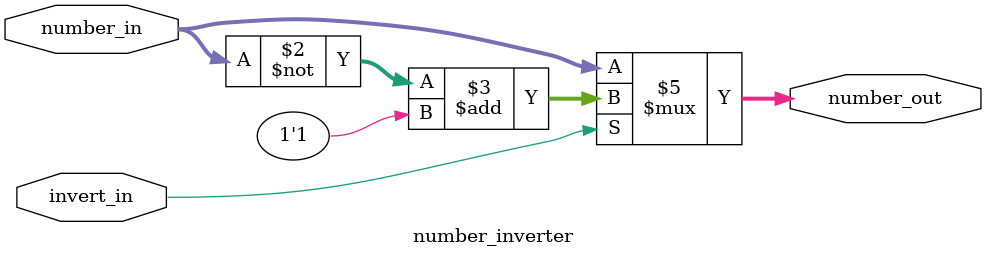
<source format=sv>
module number_inverter #(
    parameter DATA_WIDTH = 16
)(
    input logic [DATA_WIDTH - 1:0] number_in,
    input logic invert_in,
    output logic [DATA_WIDTH - 1:0] number_out
);
    always_comb
    begin
        if(invert_in)
            number_out = ~(number_in) + 1'b1;
        else
            number_out = number_in;
    end
endmodule
</source>
